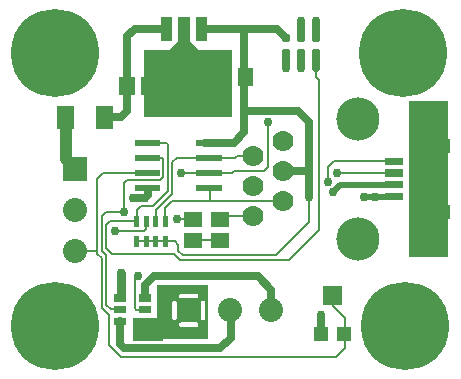
<source format=gbr>
G04 start of page 2 for group 0 idx 0 *
G04 Title: (unknown), top *
G04 Creator: pcb 4.0.2 *
G04 CreationDate: Wed Oct 14 23:18:56 2020 UTC *
G04 For: ndholmes *
G04 Format: Gerber/RS-274X *
G04 PCB-Dimensions (mil): 1500.00 1250.00 *
G04 PCB-Coordinate-Origin: lower left *
%MOIN*%
%FSLAX25Y25*%
%LNTOP*%
%ADD27C,0.0390*%
%ADD26C,0.0472*%
%ADD25C,0.1280*%
%ADD24C,0.1285*%
%ADD23C,0.0150*%
%ADD22C,0.0140*%
%ADD21C,0.0310*%
%ADD20C,0.0800*%
%ADD19C,0.1440*%
%ADD18C,0.0700*%
%ADD17C,0.2937*%
%ADD16C,0.0200*%
%ADD15C,0.0300*%
%ADD14C,0.0250*%
%ADD13C,0.0080*%
%ADD12C,0.0400*%
%ADD11C,0.0001*%
G54D11*G36*
X46500Y109000D02*X76000D01*
Y98000D01*
X46500D01*
Y109000D01*
G37*
G36*
Y97500D02*X76000D01*
Y86500D01*
X46500D01*
Y97500D01*
G37*
G36*
Y99500D02*X76000D01*
Y88500D01*
X46500D01*
Y99500D01*
G37*
G36*
X43000Y19500D02*X53000D01*
Y12000D01*
X43000D01*
Y19500D01*
G37*
G36*
X66305Y30500D02*X68000D01*
Y12500D01*
X66305D01*
Y18921D01*
X66423Y18930D01*
X66537Y18958D01*
X66647Y19003D01*
X66747Y19064D01*
X66837Y19141D01*
X66914Y19231D01*
X66975Y19331D01*
X67020Y19441D01*
X67048Y19555D01*
X67055Y19673D01*
Y24673D01*
X67048Y24791D01*
X67020Y24905D01*
X66975Y25015D01*
X66914Y25115D01*
X66837Y25205D01*
X66747Y25282D01*
X66647Y25343D01*
X66537Y25388D01*
X66423Y25416D01*
X66305Y25425D01*
Y30500D01*
G37*
G36*
X61555D02*X66305D01*
Y25425D01*
X66187Y25416D01*
X66073Y25388D01*
X65963Y25343D01*
X65863Y25282D01*
X65773Y25205D01*
X65696Y25115D01*
X65635Y25015D01*
X65590Y24905D01*
X65562Y24791D01*
X65555Y24673D01*
Y19673D01*
X65562Y19555D01*
X65590Y19441D01*
X65635Y19331D01*
X65696Y19231D01*
X65773Y19141D01*
X65863Y19064D01*
X65963Y19003D01*
X66073Y18958D01*
X66187Y18930D01*
X66305Y18921D01*
Y12500D01*
X61555D01*
Y16673D01*
X64055D01*
X64173Y16680D01*
X64287Y16708D01*
X64397Y16753D01*
X64497Y16814D01*
X64587Y16891D01*
X64664Y16981D01*
X64725Y17081D01*
X64770Y17191D01*
X64798Y17305D01*
X64807Y17423D01*
X64798Y17541D01*
X64770Y17655D01*
X64725Y17765D01*
X64664Y17865D01*
X64587Y17955D01*
X64497Y18032D01*
X64397Y18093D01*
X64287Y18138D01*
X64173Y18166D01*
X64055Y18173D01*
X61555D01*
Y26173D01*
X64055D01*
X64173Y26180D01*
X64287Y26208D01*
X64397Y26253D01*
X64497Y26314D01*
X64587Y26391D01*
X64664Y26481D01*
X64725Y26581D01*
X64770Y26691D01*
X64798Y26805D01*
X64807Y26923D01*
X64798Y27041D01*
X64770Y27155D01*
X64725Y27265D01*
X64664Y27365D01*
X64587Y27455D01*
X64497Y27532D01*
X64397Y27593D01*
X64287Y27638D01*
X64173Y27666D01*
X64055Y27673D01*
X61555D01*
Y30500D01*
G37*
G36*
X56805D02*X61555D01*
Y27673D01*
X59055D01*
X58937Y27666D01*
X58823Y27638D01*
X58713Y27593D01*
X58613Y27532D01*
X58523Y27455D01*
X58446Y27365D01*
X58385Y27265D01*
X58340Y27155D01*
X58312Y27041D01*
X58303Y26923D01*
X58312Y26805D01*
X58340Y26691D01*
X58385Y26581D01*
X58446Y26481D01*
X58523Y26391D01*
X58613Y26314D01*
X58713Y26253D01*
X58823Y26208D01*
X58937Y26180D01*
X59055Y26173D01*
X61555D01*
Y18173D01*
X59055D01*
X58937Y18166D01*
X58823Y18138D01*
X58713Y18093D01*
X58613Y18032D01*
X58523Y17955D01*
X58446Y17865D01*
X58385Y17765D01*
X58340Y17655D01*
X58312Y17541D01*
X58303Y17423D01*
X58312Y17305D01*
X58340Y17191D01*
X58385Y17081D01*
X58446Y16981D01*
X58523Y16891D01*
X58613Y16814D01*
X58713Y16753D01*
X58823Y16708D01*
X58937Y16680D01*
X59055Y16673D01*
X61555D01*
Y12500D01*
X56805D01*
Y18921D01*
X56923Y18930D01*
X57037Y18958D01*
X57147Y19003D01*
X57247Y19064D01*
X57337Y19141D01*
X57414Y19231D01*
X57475Y19331D01*
X57520Y19441D01*
X57548Y19555D01*
X57555Y19673D01*
Y24673D01*
X57548Y24791D01*
X57520Y24905D01*
X57475Y25015D01*
X57414Y25115D01*
X57337Y25205D01*
X57247Y25282D01*
X57147Y25343D01*
X57037Y25388D01*
X56923Y25416D01*
X56805Y25425D01*
Y30500D01*
G37*
G36*
X51000Y12500D02*Y30500D01*
X56805D01*
Y25425D01*
X56687Y25416D01*
X56573Y25388D01*
X56463Y25343D01*
X56363Y25282D01*
X56273Y25205D01*
X56196Y25115D01*
X56135Y25015D01*
X56090Y24905D01*
X56062Y24791D01*
X56055Y24673D01*
Y19673D01*
X56062Y19555D01*
X56090Y19441D01*
X56135Y19331D01*
X56196Y19231D01*
X56273Y19141D01*
X56363Y19064D01*
X56463Y19003D01*
X56573Y18958D01*
X56687Y18930D01*
X56805Y18921D01*
Y12500D01*
X51000D01*
G37*
G36*
X148000Y92000D02*Y40000D01*
X135000D01*
Y92000D01*
X148000D01*
G37*
G54D12*X20500Y86500D02*Y72500D01*
X23500Y69500D01*
G54D13*X23787Y42000D02*X23673Y41886D01*
X23787Y42000D02*X23673Y41886D01*
X46500Y48500D02*X37000D01*
X44276Y51848D02*X35348D01*
X40500Y55000D02*X34000D01*
X35348Y51848D02*X34000Y50500D01*
X31000Y53000D02*Y44500D01*
X32500Y53500D02*X34000Y55000D01*
Y50500D02*Y43000D01*
Y40500D02*X32500Y42000D01*
Y52000D02*Y42000D01*
X33500Y41000D01*
X31000Y46500D02*Y41000D01*
X32500Y39500D01*
X23787Y42000D02*X31000D01*
Y66000D02*Y51500D01*
X32500Y51000D02*Y53500D01*
X41000Y65500D02*X40000Y64500D01*
Y55000D01*
X43500Y23000D02*Y28000D01*
Y26500D02*Y30500D01*
G54D14*X47000Y26300D02*Y30500D01*
X50000Y33500D01*
G54D13*X43500Y29000D02*Y32500D01*
X44500Y33500D01*
X44276Y45152D02*X53724D01*
X36000Y41000D02*X54500D01*
X34000Y38000D02*Y24000D01*
Y43000D02*X36000Y41000D01*
X34000Y37000D02*Y40500D01*
G54D15*X39000Y34500D02*Y26500D01*
G54D13*X32500Y39500D02*Y23000D01*
X44276Y55776D02*X45500Y57000D01*
G54D14*X43000Y59500D02*X47000D01*
G54D13*X47750Y68000D02*X33000D01*
X54500Y77500D02*Y62000D01*
X53000Y70000D02*Y66500D01*
Y69000D02*Y72500D01*
X52500Y73000D01*
X47750D01*
X33000Y68000D02*X31000Y66000D01*
X54500Y62000D02*X49500Y57000D01*
X54500Y62000D02*X53250Y60750D01*
X53000Y66500D02*X52000Y65500D01*
X41000D01*
G54D14*X48000Y62500D02*Y60500D01*
X47000Y59500D01*
G54D13*X47750Y78000D02*X54000D01*
X54500Y77500D01*
G54D14*X41000Y88500D02*X39000Y86500D01*
X33500D01*
X54000Y116000D02*X43500D01*
X41000Y113500D01*
Y88500D01*
X80000D02*X98000D01*
X101500Y85000D01*
X104000Y113000D02*Y118500D01*
X99000Y108000D02*Y103000D01*
X94000Y108000D02*Y103000D01*
X104000Y108000D02*Y103000D01*
X99000Y113000D02*Y118500D01*
X91000Y116000D02*X94000Y113000D01*
X101500Y85000D02*Y60000D01*
Y68500D02*X93000D01*
G54D13*X79500D02*X86500D01*
X88000Y70000D01*
Y85000D01*
X93000Y58500D02*X79000D01*
X105000Y49000D02*Y99000D01*
X104000Y100000D01*
Y105000D01*
G54D14*X80000Y81500D02*Y89500D01*
Y86500D02*Y116000D01*
X66500D01*
X91000D01*
G54D13*X59500Y40500D02*X90500D01*
X58500Y39000D02*X95000D01*
X63000Y45500D02*X72000D01*
X83000Y53500D02*X72000D01*
X97000Y41000D02*X105000Y49000D01*
X90500Y40500D02*X96750Y46750D01*
X95000Y39000D02*X98250Y42250D01*
X109501Y27250D02*Y23500D01*
X113500Y19500D01*
Y14549D01*
X113401Y14450D01*
G54D14*X84500Y33500D02*X89000Y29000D01*
X89114Y22173D02*Y28886D01*
X86500Y31500D01*
X105599Y14450D02*Y20401D01*
X105500Y20500D01*
X38500Y18500D02*Y11000D01*
X40000Y9500D01*
G54D13*X35000Y20500D02*Y10500D01*
X39000Y6500D01*
X38700Y22500D02*X38800Y22400D01*
X34000Y24000D02*X35500Y22500D01*
X38700D01*
X32500Y23000D02*X35000Y20500D01*
X47000Y22400D02*X44100D01*
X43500Y23000D01*
G54D14*X50000Y33500D02*X84500D01*
X40000Y9500D02*X72000D01*
G54D13*X39000Y6500D02*X110500D01*
X113500Y9500D01*
Y14500D01*
G54D14*X72000Y9500D02*X75500Y13000D01*
Y22008D01*
X75335Y22173D01*
G54D13*X47425Y51848D02*Y49425D01*
X46500Y48500D01*
X80000Y58500D02*X56000D01*
X53724Y56224D01*
X50575Y55425D02*Y55575D01*
X44276Y51848D02*Y55776D01*
X50575Y51848D02*Y55575D01*
X53724Y51848D02*Y56224D01*
X57500Y52500D02*X62957D01*
X63000Y52543D01*
X45500Y57000D02*X49500D01*
X50575Y55575D02*X56000Y61000D01*
X53652Y45152D02*X56848D01*
X58000Y44000D01*
Y42000D01*
X59500Y40500D01*
X53500Y41000D02*X56500D01*
X58500Y39000D01*
X95652Y45652D02*X101500Y51500D01*
Y60000D01*
X111000Y68000D02*X130000D01*
X108000Y65000D02*Y70000D01*
X109906Y71906D01*
X130000D01*
G54D16*X109500Y61500D02*X112031Y64031D01*
X130000D01*
Y60094D02*X120000D01*
G54D14*X67000Y78000D02*X76500D01*
X80000Y81500D01*
G54D13*X77000Y73000D02*X77500Y73500D01*
X83000D01*
X68500Y58500D02*Y62750D01*
X56000Y61000D02*Y71500D01*
X57500Y73000D01*
X68500Y62750D02*X68250Y63000D01*
X59000Y68000D02*X76000D01*
X76500Y68500D01*
X81000D01*
X77000Y73000D02*X57500D01*
G54D17*X133500Y17000D03*
G54D18*X83000Y53500D03*
G54D19*X118000Y46000D03*
G54D11*G36*
X57555Y26173D02*Y18173D01*
X65555D01*
Y26173D01*
X57555D01*
G37*
G54D20*X75335Y22173D03*
X89114D03*
G54D17*X133000Y108000D03*
G54D19*X118000Y86000D03*
G54D17*X17000Y17000D03*
Y108000D03*
G54D11*G36*
X19673Y73445D02*Y65445D01*
X27673D01*
Y73445D01*
X19673D01*
G37*
G54D20*X23673Y55665D03*
Y41886D03*
G54D18*X93000Y58500D03*
X83000Y63500D03*
Y73500D03*
X93000Y68500D03*
Y78500D03*
G54D11*G36*
X43516Y99952D02*X38398D01*
Y94048D01*
X43516D01*
Y99952D01*
G37*
G36*
X23250Y90250D02*X17750D01*
Y82750D01*
X23250D01*
Y90250D01*
G37*
G36*
X36250D02*X30750D01*
Y82750D01*
X36250D01*
Y90250D01*
G37*
G36*
X50602Y99952D02*X45484D01*
Y94048D01*
X50602D01*
Y99952D01*
G37*
G36*
X67796Y119874D02*X64016D01*
Y112000D01*
X67796D01*
Y119874D01*
G37*
G36*
X61890D02*X58110D01*
Y104284D01*
X61890D01*
Y119874D01*
G37*
G36*
X64725Y109165D02*X55275D01*
Y97825D01*
X64725D01*
Y109165D01*
G37*
G36*
X61885Y112005D02*X60465Y110585D01*
X63305Y107745D01*
X64725Y109165D01*
X61885Y112005D01*
G37*
G36*
X59535Y110585D02*X58115Y112005D01*
X55275Y109165D01*
X56695Y107745D01*
X59535Y110585D01*
G37*
G36*
X55984Y119874D02*X52204D01*
Y112000D01*
X55984D01*
Y119874D01*
G37*
G54D21*X94000Y108000D03*
G54D11*G36*
X83102Y102952D02*X77984D01*
Y97048D01*
X83102D01*
Y102952D01*
G37*
G36*
X76016D02*X70898D01*
Y97048D01*
X76016D01*
Y102952D01*
G37*
G54D21*X94000Y113000D03*
X99000D03*
X104000D03*
X99000Y108000D03*
X104000D03*
G54D11*G36*
X45000Y19700D02*Y17300D01*
X49000D01*
Y19700D01*
X45000D01*
G37*
G36*
Y23600D02*Y21200D01*
X49000D01*
Y23600D01*
X45000D01*
G37*
G36*
Y27500D02*Y25100D01*
X49000D01*
Y27500D01*
X45000D01*
G37*
G36*
X36800D02*Y25100D01*
X40800D01*
Y27500D01*
X36800D01*
G37*
G36*
Y23600D02*Y21200D01*
X40800D01*
Y23600D01*
X36800D01*
G37*
G36*
Y19700D02*Y17300D01*
X40800D01*
Y19700D01*
X36800D01*
G37*
G36*
X103249Y16800D02*Y12100D01*
X107950D01*
Y16800D01*
X103249D01*
G37*
G36*
X111050D02*Y12100D01*
X115751D01*
Y16800D01*
X111050D01*
G37*
G36*
X106350Y30400D02*Y24100D01*
X112651D01*
Y30400D01*
X106350D01*
G37*
G36*
X126949Y61275D02*Y58913D01*
X133051D01*
Y61275D01*
X126949D01*
G37*
G36*
X141713Y57338D02*Y52614D01*
X148799D01*
Y57338D01*
X141713D01*
G37*
G36*
X126949Y65212D02*Y62850D01*
X133051D01*
Y65212D01*
X126949D01*
G37*
G36*
Y69150D02*Y66788D01*
X133051D01*
Y69150D01*
X126949D01*
G37*
G36*
Y73087D02*Y70725D01*
X133051D01*
Y73087D01*
X126949D01*
G37*
G36*
X141713Y79386D02*Y74662D01*
X148799D01*
Y79386D01*
X141713D01*
G37*
G36*
X48262Y53620D02*X46588D01*
Y50076D01*
X48262D01*
Y53620D01*
G37*
G36*
X45112D02*X43440D01*
Y50076D01*
X45112D01*
Y53620D01*
G37*
G36*
Y46924D02*X43440D01*
Y43380D01*
X45112D01*
Y46924D01*
G37*
G36*
X48262D02*X46588D01*
Y43380D01*
X48262D01*
Y46924D01*
G37*
G36*
X51412D02*X49738D01*
Y43380D01*
X51412D01*
Y46924D01*
G37*
G36*
X54560Y53620D02*X52888D01*
Y50076D01*
X54560D01*
Y53620D01*
G37*
G36*
X51412D02*X49738D01*
Y50076D01*
X51412D01*
Y53620D01*
G37*
G36*
X54560Y46924D02*X52888D01*
Y43380D01*
X54560D01*
Y46924D01*
G37*
G36*
X60048Y48016D02*Y42898D01*
X65952D01*
Y48016D01*
X60048D01*
G37*
G36*
X69048D02*Y42898D01*
X74952D01*
Y48016D01*
X69048D01*
G37*
G36*
X60048Y55102D02*Y49984D01*
X65952D01*
Y55102D01*
X60048D01*
G37*
G36*
X69048D02*Y49984D01*
X74952D01*
Y55102D01*
X69048D01*
G37*
G36*
X64000Y64000D02*Y62000D01*
X72500D01*
Y64000D01*
X64000D01*
G37*
G36*
Y69000D02*Y67000D01*
X72500D01*
Y69000D01*
X64000D01*
G37*
G36*
Y74000D02*Y72000D01*
X72500D01*
Y74000D01*
X64000D01*
G37*
G36*
Y79000D02*Y77000D01*
X72500D01*
Y79000D01*
X64000D01*
G37*
G36*
X43500D02*Y77000D01*
X52000D01*
Y79000D01*
X43500D01*
G37*
G36*
Y74000D02*Y72000D01*
X52000D01*
Y74000D01*
X43500D01*
G37*
G36*
Y69000D02*Y67000D01*
X52000D01*
Y69000D01*
X43500D01*
G37*
G36*
Y64000D02*Y62000D01*
X52000D01*
Y64000D01*
X43500D01*
G37*
G54D15*X104000Y118500D03*
X99000Y103000D03*
X94000D03*
X99000Y118500D03*
X88000Y85000D03*
X52500Y106000D03*
Y102000D03*
X54000Y95500D03*
X58000D03*
X67500Y106000D03*
Y102000D03*
X62000Y95500D03*
X66000D03*
X54000Y18500D03*
Y22500D03*
Y26500D03*
X105500Y20500D03*
X39000Y34500D03*
Y30500D03*
X44500Y33500D03*
X40000Y55000D03*
X37000Y48500D03*
X59000Y68000D03*
X57500Y52500D03*
X111000Y68000D03*
X108000Y65000D03*
X101500Y60000D03*
X109500Y61500D03*
X120000Y60094D03*
X123500D03*
X43000Y59500D03*
X47000D03*
G54D22*G54D23*G54D22*G54D23*G54D22*G54D23*G54D24*G54D15*G54D25*G54D26*G54D24*G54D27*G54D25*G54D24*G54D26*G54D15*M02*

</source>
